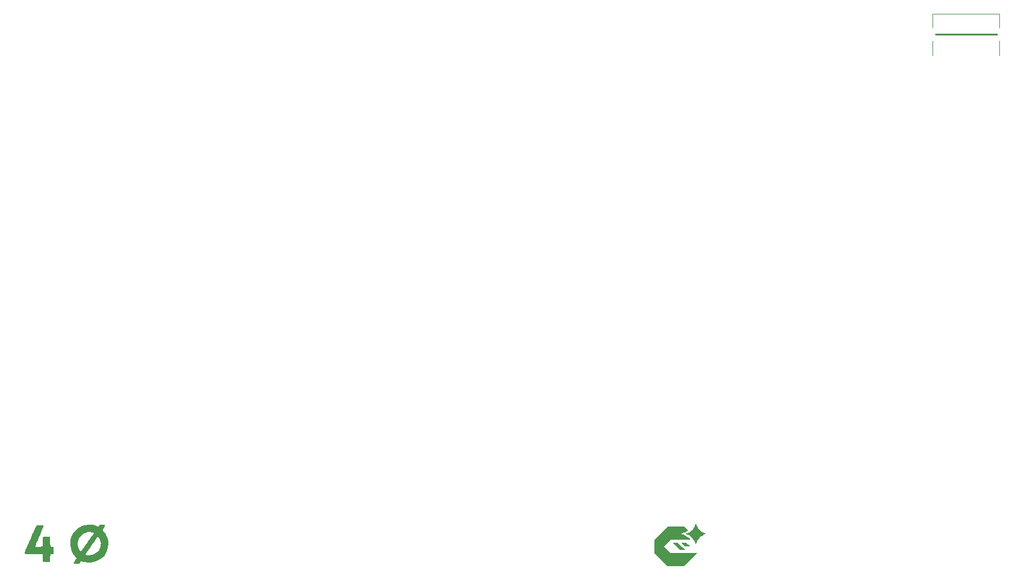
<source format=gbr>
%TF.GenerationSoftware,KiCad,Pcbnew,8.0.8*%
%TF.CreationDate,2025-05-09T16:16:03+02:00*%
%TF.ProjectId,forti rev 4,666f7274-6920-4726-9576-20342e6b6963,rev?*%
%TF.SameCoordinates,Original*%
%TF.FileFunction,Legend,Top*%
%TF.FilePolarity,Positive*%
%FSLAX46Y46*%
G04 Gerber Fmt 4.6, Leading zero omitted, Abs format (unit mm)*
G04 Created by KiCad (PCBNEW 8.0.8) date 2025-05-09 16:16:03*
%MOMM*%
%LPD*%
G01*
G04 APERTURE LIST*
%ADD10C,0.250000*%
%ADD11C,0.120000*%
%ADD12C,0.000000*%
G04 APERTURE END LIST*
D10*
X229950972Y-26483688D02*
X238590972Y-26483688D01*
D11*
%TO.C,J1*%
X229569115Y-25537500D02*
X229569115Y-23637500D01*
X229569115Y-29437500D02*
X229569115Y-27437500D01*
X238969115Y-23637500D02*
X229569115Y-23637500D01*
X238969115Y-25537500D02*
X238969115Y-23637500D01*
X238969115Y-29437500D02*
X238969115Y-27437500D01*
D12*
%TO.C,G\u002A\u002A\u002A*%
G36*
X104187845Y-95640364D02*
G01*
X104328315Y-95646880D01*
X104422225Y-95660952D01*
X104478670Y-95685209D01*
X104506749Y-95722280D01*
X104515558Y-95774794D01*
X104515816Y-95790211D01*
X104503295Y-95834404D01*
X104467448Y-95931688D01*
X104410851Y-96075760D01*
X104336082Y-96260317D01*
X104245716Y-96479056D01*
X104142329Y-96725674D01*
X104028498Y-96993869D01*
X103929184Y-97225435D01*
X103808202Y-97508216D01*
X103696704Y-97772696D01*
X103597117Y-98012840D01*
X103511869Y-98222615D01*
X103443389Y-98395985D01*
X103394103Y-98526916D01*
X103366440Y-98609373D01*
X103361520Y-98636407D01*
X103377366Y-98655233D01*
X103414204Y-98668206D01*
X103481297Y-98676033D01*
X103587906Y-98679423D01*
X103743295Y-98679083D01*
X103891456Y-98676911D01*
X104402423Y-98667985D01*
X104411211Y-98006317D01*
X104416314Y-97755715D01*
X104424162Y-97555864D01*
X104434509Y-97410654D01*
X104447111Y-97323980D01*
X104455676Y-97301661D01*
X104502018Y-97283536D01*
X104597505Y-97269910D01*
X104727520Y-97260820D01*
X104877449Y-97256304D01*
X105032675Y-97256401D01*
X105178584Y-97261148D01*
X105300560Y-97270583D01*
X105383987Y-97284744D01*
X105412947Y-97299171D01*
X105421633Y-97342625D01*
X105430720Y-97440493D01*
X105439585Y-97582406D01*
X105447602Y-97757989D01*
X105454149Y-97956872D01*
X105455357Y-98003827D01*
X105471556Y-98667985D01*
X105691457Y-98684184D01*
X105839608Y-98702885D01*
X105924669Y-98732443D01*
X105942046Y-98748980D01*
X105953816Y-98798773D01*
X105963498Y-98899046D01*
X105970124Y-99035493D01*
X105972725Y-99193810D01*
X105972732Y-99202551D01*
X105970372Y-99361629D01*
X105963935Y-99499598D01*
X105954391Y-99602150D01*
X105942707Y-99654982D01*
X105942046Y-99656123D01*
X105885134Y-99690446D01*
X105764880Y-99713978D01*
X105691457Y-99720919D01*
X105471556Y-99737118D01*
X105462581Y-100237021D01*
X105456735Y-100436578D01*
X105447400Y-100598398D01*
X105435271Y-100714009D01*
X105421041Y-100774941D01*
X105418117Y-100779687D01*
X105383061Y-100798354D01*
X105308974Y-100811213D01*
X105188197Y-100818943D01*
X105013075Y-100822225D01*
X104936990Y-100822449D01*
X104740894Y-100820572D01*
X104601842Y-100814487D01*
X104512176Y-100803513D01*
X104464241Y-100786970D01*
X104455862Y-100779687D01*
X104441308Y-100730264D01*
X104428720Y-100624530D01*
X104418793Y-100470955D01*
X104412221Y-100278010D01*
X104411398Y-100237021D01*
X104402423Y-99737118D01*
X103173415Y-99728623D01*
X102854895Y-99726168D01*
X102594938Y-99723439D01*
X102387308Y-99720139D01*
X102225772Y-99715967D01*
X102104096Y-99710627D01*
X102016045Y-99703818D01*
X101955386Y-99695242D01*
X101915884Y-99684601D01*
X101891305Y-99671595D01*
X101885596Y-99666905D01*
X101839775Y-99610361D01*
X101826785Y-99573470D01*
X101839197Y-99531949D01*
X101873641Y-99441525D01*
X101925931Y-99312552D01*
X101991883Y-99155381D01*
X102057261Y-99003427D01*
X102120390Y-98858119D01*
X102205123Y-98662803D01*
X102307357Y-98426952D01*
X102422991Y-98160036D01*
X102547920Y-97871528D01*
X102678042Y-97570899D01*
X102809255Y-97267620D01*
X102869172Y-97129082D01*
X102990469Y-96849389D01*
X103105275Y-96586184D01*
X103210765Y-96345834D01*
X103304117Y-96134703D01*
X103382506Y-95959157D01*
X103443108Y-95825562D01*
X103483100Y-95740282D01*
X103497989Y-95711671D01*
X103520111Y-95682579D01*
X103549564Y-95662468D01*
X103597545Y-95649686D01*
X103675250Y-95642579D01*
X103793876Y-95639495D01*
X103964617Y-95638781D01*
X103991716Y-95638776D01*
X104187845Y-95640364D01*
G37*
G36*
X112959404Y-95547917D02*
G01*
X113085416Y-95570691D01*
X113154025Y-95615555D01*
X113168088Y-95688164D01*
X113130465Y-95794170D01*
X113044013Y-95939224D01*
X113004081Y-95998331D01*
X112931088Y-96109250D01*
X112875175Y-96203660D01*
X112845008Y-96266522D01*
X112842092Y-96279433D01*
X112862299Y-96326809D01*
X112914746Y-96403058D01*
X112973405Y-96474569D01*
X113215691Y-96796793D01*
X113407077Y-97151371D01*
X113544374Y-97529029D01*
X113624389Y-97920489D01*
X113643930Y-98316475D01*
X113639341Y-98410083D01*
X113581099Y-98817330D01*
X113467058Y-99198775D01*
X113302189Y-99551100D01*
X113091464Y-99870985D01*
X112839854Y-100155109D01*
X112552330Y-100400154D01*
X112233865Y-100602800D01*
X111889429Y-100759727D01*
X111523995Y-100867616D01*
X111142533Y-100923146D01*
X110750015Y-100922999D01*
X110351413Y-100863855D01*
X110078322Y-100787876D01*
X109952565Y-100746438D01*
X109852065Y-100714153D01*
X109791148Y-100695581D01*
X109779848Y-100692858D01*
X109756597Y-100717583D01*
X109707696Y-100782684D01*
X109643327Y-100874552D01*
X109637452Y-100883184D01*
X109565745Y-100981031D01*
X109500729Y-101056438D01*
X109456190Y-101093455D01*
X109455406Y-101093771D01*
X109399677Y-101103188D01*
X109298336Y-101110276D01*
X109170559Y-101113832D01*
X109132190Y-101114031D01*
X108982027Y-101110334D01*
X108883831Y-101097924D01*
X108825124Y-101074825D01*
X108810860Y-101063120D01*
X108772427Y-101006369D01*
X108766318Y-100937323D01*
X108795351Y-100846821D01*
X108862340Y-100725701D01*
X108959276Y-100580269D01*
X109059827Y-100428805D01*
X109117465Y-100323920D01*
X109132891Y-100264274D01*
X109129365Y-100254964D01*
X109096169Y-100213490D01*
X109032378Y-100136429D01*
X108949408Y-100037524D01*
X108911293Y-99992428D01*
X108736299Y-99752044D01*
X110452942Y-99752044D01*
X110453003Y-99753317D01*
X110492006Y-99800649D01*
X110582524Y-99837300D01*
X110711979Y-99862109D01*
X110867792Y-99873914D01*
X111037385Y-99871555D01*
X111208181Y-99853870D01*
X111316372Y-99833023D01*
X111624868Y-99728454D01*
X111899716Y-99570307D01*
X112136197Y-99362984D01*
X112329590Y-99110885D01*
X112475178Y-98818413D01*
X112510024Y-98719745D01*
X112565801Y-98463763D01*
X112578287Y-98192833D01*
X112549845Y-97922244D01*
X112482834Y-97667289D01*
X112379616Y-97443259D01*
X112294131Y-97321352D01*
X112230781Y-97254327D01*
X112187317Y-97235054D01*
X112157771Y-97248729D01*
X112125545Y-97286707D01*
X112063897Y-97368895D01*
X111979673Y-97485810D01*
X111879722Y-97627970D01*
X111789158Y-97759168D01*
X111677811Y-97921428D01*
X111539172Y-98122887D01*
X111382911Y-98349523D01*
X111218702Y-98587317D01*
X111056214Y-98822250D01*
X110954884Y-98968538D01*
X110821689Y-99162814D01*
X110702066Y-99341377D01*
X110600697Y-99496903D01*
X110522264Y-99622071D01*
X110471452Y-99709559D01*
X110452942Y-99752044D01*
X108736299Y-99752044D01*
X108665020Y-99654130D01*
X108477145Y-99293425D01*
X108347735Y-98916118D01*
X108276857Y-98528016D01*
X108267886Y-98240842D01*
X109310714Y-98240842D01*
X109324252Y-98420173D01*
X109360496Y-98617956D01*
X109412888Y-98804514D01*
X109462022Y-98925732D01*
X109532476Y-99053831D01*
X109609213Y-99171045D01*
X109682460Y-99264441D01*
X109742446Y-99321086D01*
X109769059Y-99332081D01*
X109800809Y-99305399D01*
X109866689Y-99226721D01*
X109965161Y-99098146D01*
X110094688Y-98921771D01*
X110253732Y-98699695D01*
X110440754Y-98434018D01*
X110654216Y-98126839D01*
X110687922Y-98078035D01*
X110863327Y-97823486D01*
X111027495Y-97584499D01*
X111176734Y-97366504D01*
X111307347Y-97174934D01*
X111415640Y-97015220D01*
X111497920Y-96892794D01*
X111550490Y-96813086D01*
X111569527Y-96781940D01*
X111556216Y-96738643D01*
X111489564Y-96699312D01*
X111380983Y-96665603D01*
X111241888Y-96639172D01*
X111083692Y-96621676D01*
X110917807Y-96614771D01*
X110755648Y-96620112D01*
X110608628Y-96639355D01*
X110599522Y-96641199D01*
X110311497Y-96732944D01*
X110047734Y-96879128D01*
X109814533Y-97071933D01*
X109618190Y-97303542D01*
X109465005Y-97566138D01*
X109361275Y-97851903D01*
X109313299Y-98153020D01*
X109310714Y-98240842D01*
X108267886Y-98240842D01*
X108264577Y-98134923D01*
X108310964Y-97742645D01*
X108416082Y-97356989D01*
X108580001Y-96983760D01*
X108802786Y-96628763D01*
X108871499Y-96538732D01*
X109078139Y-96317534D01*
X109332448Y-96107384D01*
X109617302Y-95919140D01*
X109915574Y-95763658D01*
X110210138Y-95651797D01*
X110315051Y-95623568D01*
X110722460Y-95560366D01*
X111135673Y-95559126D01*
X111544377Y-95619127D01*
X111929726Y-95736315D01*
X112048819Y-95781158D01*
X112145855Y-95814964D01*
X112204187Y-95832018D01*
X112211446Y-95833015D01*
X112248994Y-95807821D01*
X112296256Y-95746078D01*
X112301675Y-95737149D01*
X112356182Y-95651021D01*
X112407992Y-95594757D01*
X112472370Y-95562025D01*
X112564584Y-95546492D01*
X112699898Y-95541825D01*
X112773130Y-95541582D01*
X112959404Y-95547917D01*
G37*
G36*
X195202230Y-98358495D02*
G01*
X195472967Y-98629264D01*
X195104817Y-98629264D01*
X194736667Y-98629264D01*
X194465929Y-98358495D01*
X194195192Y-98087727D01*
X194563342Y-98087727D01*
X194931493Y-98087727D01*
X195202230Y-98358495D01*
G37*
G36*
X194267611Y-98625709D02*
G01*
X194327193Y-98685315D01*
X194384926Y-98743113D01*
X194440453Y-98798746D01*
X194493419Y-98851854D01*
X194543469Y-98902081D01*
X194590245Y-98949068D01*
X194633394Y-98992456D01*
X194672558Y-99031888D01*
X194707382Y-99067006D01*
X194737511Y-99097452D01*
X194762588Y-99122867D01*
X194782259Y-99142894D01*
X194796167Y-99157173D01*
X194803956Y-99165348D01*
X194805578Y-99167246D01*
X194800948Y-99167811D01*
X194787544Y-99168348D01*
X194766092Y-99168850D01*
X194737316Y-99169311D01*
X194701943Y-99169723D01*
X194660700Y-99170078D01*
X194614311Y-99170371D01*
X194563504Y-99170593D01*
X194509003Y-99170739D01*
X194451535Y-99170800D01*
X194440982Y-99170801D01*
X194076387Y-99170801D01*
X193534865Y-98629264D01*
X192993343Y-98087727D01*
X193361494Y-98087727D01*
X193729644Y-98087727D01*
X194267611Y-98625709D01*
G37*
G36*
X194876642Y-96109025D02*
G01*
X194918781Y-96151218D01*
X194958879Y-96191464D01*
X194996441Y-96229260D01*
X195030972Y-96264104D01*
X195061979Y-96295494D01*
X195088965Y-96322927D01*
X195111436Y-96345901D01*
X195128897Y-96363914D01*
X195140853Y-96376462D01*
X195146810Y-96383043D01*
X195147396Y-96383934D01*
X195142989Y-96387358D01*
X195132453Y-96395357D01*
X195117263Y-96406815D01*
X195098897Y-96420613D01*
X195094628Y-96423814D01*
X194975644Y-96507154D01*
X194850468Y-96583544D01*
X194719710Y-96652664D01*
X194583985Y-96714192D01*
X194443904Y-96767809D01*
X194424722Y-96774414D01*
X194387972Y-96786465D01*
X194346451Y-96799349D01*
X194302675Y-96812342D01*
X194259159Y-96824721D01*
X194218419Y-96835761D01*
X194182970Y-96844738D01*
X194169034Y-96847998D01*
X194153968Y-96851634D01*
X194142742Y-96854775D01*
X194138859Y-96856223D01*
X194141772Y-96858106D01*
X194152456Y-96861779D01*
X194169450Y-96866800D01*
X194191290Y-96872726D01*
X194205364Y-96876343D01*
X194354009Y-96917980D01*
X194496309Y-96966420D01*
X194632832Y-97021950D01*
X194764147Y-97084854D01*
X194890822Y-97155420D01*
X195013424Y-97233933D01*
X195132522Y-97320678D01*
X195206980Y-97380492D01*
X195226617Y-97397492D01*
X195249806Y-97418629D01*
X195275744Y-97443080D01*
X195303632Y-97470021D01*
X195332667Y-97498628D01*
X195362048Y-97528079D01*
X195390973Y-97557550D01*
X195418642Y-97586218D01*
X195444252Y-97613260D01*
X195467002Y-97637852D01*
X195486091Y-97659170D01*
X195500717Y-97676393D01*
X195510080Y-97688695D01*
X195513376Y-97695253D01*
X195508688Y-97695496D01*
X195494872Y-97695733D01*
X195472299Y-97695964D01*
X195441343Y-97696189D01*
X195402375Y-97696405D01*
X195355769Y-97696614D01*
X195301896Y-97696813D01*
X195241128Y-97697002D01*
X195173839Y-97697180D01*
X195100400Y-97697347D01*
X195021183Y-97697501D01*
X194936562Y-97697642D01*
X194846908Y-97697769D01*
X194752594Y-97697881D01*
X194653992Y-97697978D01*
X194551474Y-97698058D01*
X194445413Y-97698121D01*
X194336181Y-97698166D01*
X194224151Y-97698193D01*
X194127459Y-97698200D01*
X192741542Y-97698200D01*
X192276028Y-98163732D01*
X191810515Y-98629264D01*
X192276028Y-99094796D01*
X192741542Y-99560328D01*
X194603675Y-99560328D01*
X196465808Y-99560328D01*
X195534753Y-100491392D01*
X194603698Y-101422456D01*
X193437483Y-101422456D01*
X192271269Y-101422456D01*
X191341397Y-100492575D01*
X190411525Y-99562694D01*
X190411525Y-98629255D01*
X190411525Y-97695815D01*
X191341406Y-96765943D01*
X192271287Y-95836071D01*
X193437503Y-95836071D01*
X194603720Y-95836071D01*
X194876642Y-96109025D01*
G37*
G36*
X196260300Y-95349898D02*
G01*
X196263193Y-95356292D01*
X196267291Y-95369606D01*
X196272987Y-95390814D01*
X196275762Y-95401572D01*
X196314731Y-95534778D01*
X196362407Y-95664317D01*
X196418632Y-95789879D01*
X196483249Y-95911155D01*
X196556102Y-96027836D01*
X196637034Y-96139613D01*
X196673411Y-96185041D01*
X196717938Y-96236405D01*
X196768685Y-96290382D01*
X196823576Y-96344959D01*
X196880533Y-96398127D01*
X196937479Y-96447872D01*
X196983603Y-96485400D01*
X197083202Y-96557933D01*
X197189456Y-96625025D01*
X197300883Y-96685951D01*
X197416000Y-96739983D01*
X197533328Y-96786394D01*
X197651382Y-96824458D01*
X197703455Y-96838445D01*
X197726415Y-96844266D01*
X197746402Y-96849410D01*
X197761406Y-96853355D01*
X197769419Y-96855578D01*
X197769782Y-96855693D01*
X197767942Y-96857586D01*
X197758243Y-96861292D01*
X197742052Y-96866370D01*
X197720739Y-96872379D01*
X197705652Y-96876354D01*
X197575005Y-96914757D01*
X197448259Y-96961653D01*
X197325748Y-97016731D01*
X197207809Y-97079678D01*
X197094775Y-97150182D01*
X196986982Y-97227930D01*
X196884764Y-97312610D01*
X196788457Y-97403910D01*
X196698394Y-97501518D01*
X196614911Y-97605121D01*
X196538343Y-97714407D01*
X196469025Y-97829064D01*
X196407291Y-97948779D01*
X196353476Y-98073241D01*
X196318239Y-98170335D01*
X196307915Y-98202293D01*
X196297192Y-98237262D01*
X196287125Y-98271688D01*
X196278770Y-98302020D01*
X196276325Y-98311484D01*
X196269937Y-98336691D01*
X196265395Y-98353688D01*
X196262229Y-98363477D01*
X196259967Y-98367062D01*
X196258137Y-98365445D01*
X196256268Y-98359629D01*
X196255344Y-98356120D01*
X196244168Y-98313472D01*
X196234773Y-98278312D01*
X196226662Y-98248905D01*
X196219337Y-98223516D01*
X196212300Y-98200411D01*
X196205053Y-98177855D01*
X196198749Y-98158981D01*
X196150984Y-98032513D01*
X196094792Y-97910086D01*
X196030520Y-97792088D01*
X195958511Y-97678908D01*
X195879110Y-97570934D01*
X195792661Y-97468554D01*
X195699511Y-97372158D01*
X195600002Y-97282134D01*
X195494480Y-97198869D01*
X195383290Y-97122754D01*
X195266776Y-97054175D01*
X195178478Y-97009057D01*
X195095626Y-96971786D01*
X195009289Y-96937520D01*
X194922369Y-96907301D01*
X194837766Y-96882170D01*
X194794877Y-96871275D01*
X194775893Y-96866405D01*
X194761409Y-96861995D01*
X194753194Y-96858628D01*
X194752124Y-96857199D01*
X194757831Y-96854956D01*
X194770944Y-96850971D01*
X194789642Y-96845765D01*
X194812104Y-96839860D01*
X194817453Y-96838498D01*
X194944384Y-96801504D01*
X195068666Y-96755616D01*
X195189773Y-96701198D01*
X195307180Y-96638616D01*
X195420361Y-96568235D01*
X195528789Y-96490421D01*
X195631939Y-96405540D01*
X195729286Y-96313956D01*
X195820303Y-96216035D01*
X195904466Y-96112143D01*
X195947109Y-96053355D01*
X196020811Y-95939573D01*
X196086295Y-95821485D01*
X196143694Y-95698790D01*
X196193141Y-95571185D01*
X196234772Y-95438369D01*
X196256551Y-95353964D01*
X196258217Y-95349447D01*
X196260300Y-95349898D01*
G37*
%TD*%
M02*

</source>
